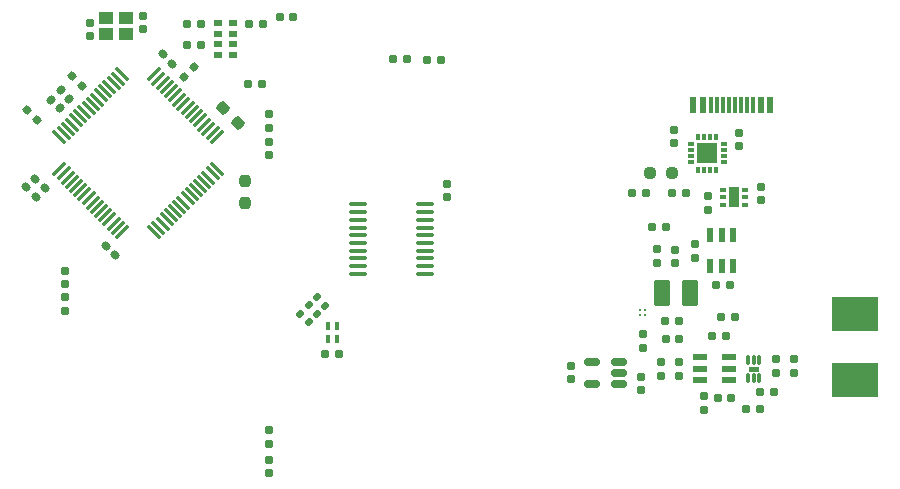
<source format=gtp>
G04 #@! TF.GenerationSoftware,KiCad,Pcbnew,8.0.5*
G04 #@! TF.CreationDate,2024-10-05T22:06:54-05:00*
G04 #@! TF.ProjectId,spudglo_driver_v8p0,73707564-676c-46f5-9f64-72697665725f,rev?*
G04 #@! TF.SameCoordinates,Original*
G04 #@! TF.FileFunction,Paste,Top*
G04 #@! TF.FilePolarity,Positive*
%FSLAX46Y46*%
G04 Gerber Fmt 4.6, Leading zero omitted, Abs format (unit mm)*
G04 Created by KiCad (PCBNEW 8.0.5) date 2024-10-05 22:06:54*
%MOMM*%
%LPD*%
G01*
G04 APERTURE LIST*
G04 Aperture macros list*
%AMRoundRect*
0 Rectangle with rounded corners*
0 $1 Rounding radius*
0 $2 $3 $4 $5 $6 $7 $8 $9 X,Y pos of 4 corners*
0 Add a 4 corners polygon primitive as box body*
4,1,4,$2,$3,$4,$5,$6,$7,$8,$9,$2,$3,0*
0 Add four circle primitives for the rounded corners*
1,1,$1+$1,$2,$3*
1,1,$1+$1,$4,$5*
1,1,$1+$1,$6,$7*
1,1,$1+$1,$8,$9*
0 Add four rect primitives between the rounded corners*
20,1,$1+$1,$2,$3,$4,$5,0*
20,1,$1+$1,$4,$5,$6,$7,0*
20,1,$1+$1,$6,$7,$8,$9,0*
20,1,$1+$1,$8,$9,$2,$3,0*%
G04 Aperture macros list end*
%ADD10C,0.010000*%
%ADD11RoundRect,0.155000X0.155000X-0.212500X0.155000X0.212500X-0.155000X0.212500X-0.155000X-0.212500X0*%
%ADD12RoundRect,0.155000X0.212500X0.155000X-0.212500X0.155000X-0.212500X-0.155000X0.212500X-0.155000X0*%
%ADD13RoundRect,0.160000X0.160000X-0.197500X0.160000X0.197500X-0.160000X0.197500X-0.160000X-0.197500X0*%
%ADD14RoundRect,0.155000X-0.212500X-0.155000X0.212500X-0.155000X0.212500X0.155000X-0.212500X0.155000X0*%
%ADD15RoundRect,0.155000X-0.155000X0.212500X-0.155000X-0.212500X0.155000X-0.212500X0.155000X0.212500X0*%
%ADD16RoundRect,0.160000X-0.160000X0.197500X-0.160000X-0.197500X0.160000X-0.197500X0.160000X0.197500X0*%
%ADD17RoundRect,0.155000X-0.040659X-0.259862X0.259862X0.040659X0.040659X0.259862X-0.259862X-0.040659X0*%
%ADD18R,4.000000X3.000000*%
%ADD19RoundRect,0.072500X0.532500X0.217500X-0.532500X0.217500X-0.532500X-0.217500X0.532500X-0.217500X0*%
%ADD20RoundRect,0.160000X-0.197500X-0.160000X0.197500X-0.160000X0.197500X0.160000X-0.197500X0.160000X0*%
%ADD21RoundRect,0.160000X0.197500X0.160000X-0.197500X0.160000X-0.197500X-0.160000X0.197500X-0.160000X0*%
%ADD22RoundRect,0.237500X-0.250000X-0.237500X0.250000X-0.237500X0.250000X0.237500X-0.250000X0.237500X0*%
%ADD23RoundRect,0.075000X-0.548008X0.441942X0.441942X-0.548008X0.548008X-0.441942X-0.441942X0.548008X0*%
%ADD24RoundRect,0.075000X-0.548008X-0.441942X-0.441942X-0.548008X0.548008X0.441942X0.441942X0.548008X0*%
%ADD25R,0.620000X1.220000*%
%ADD26RoundRect,0.155000X0.259862X-0.040659X-0.040659X0.259862X-0.259862X0.040659X0.040659X-0.259862X0*%
%ADD27R,0.355600X0.711200*%
%ADD28RoundRect,0.160000X-0.252791X0.026517X0.026517X-0.252791X0.252791X-0.026517X-0.026517X0.252791X0*%
%ADD29R,0.600000X1.450000*%
%ADD30R,0.300000X1.450000*%
%ADD31R,0.470000X0.400000*%
%ADD32R,0.950000X1.700000*%
%ADD33RoundRect,0.160000X-0.026517X-0.252791X0.252791X0.026517X0.026517X0.252791X-0.252791X-0.026517X0*%
%ADD34R,0.625000X0.300000*%
%ADD35R,0.300000X0.625000*%
%ADD36R,1.700000X1.700000*%
%ADD37RoundRect,0.250001X0.462499X0.849999X-0.462499X0.849999X-0.462499X-0.849999X0.462499X-0.849999X0*%
%ADD38RoundRect,0.155000X-0.259862X0.040659X0.040659X-0.259862X0.259862X-0.040659X-0.040659X0.259862X0*%
%ADD39R,1.200000X1.000000*%
%ADD40RoundRect,0.135000X0.226274X0.035355X0.035355X0.226274X-0.226274X-0.035355X-0.035355X-0.226274X0*%
%ADD41C,0.203200*%
%ADD42RoundRect,0.237500X-0.344715X0.008839X0.008839X-0.344715X0.344715X-0.008839X-0.008839X0.344715X0*%
%ADD43RoundRect,0.033750X-0.101250X0.346250X-0.101250X-0.346250X0.101250X-0.346250X0.101250X0.346250X0*%
%ADD44RoundRect,0.150000X0.512500X0.150000X-0.512500X0.150000X-0.512500X-0.150000X0.512500X-0.150000X0*%
%ADD45RoundRect,0.100000X-0.637500X-0.100000X0.637500X-0.100000X0.637500X0.100000X-0.637500X0.100000X0*%
%ADD46R,0.800000X0.500000*%
%ADD47RoundRect,0.237500X-0.237500X0.250000X-0.237500X-0.250000X0.237500X-0.250000X0.237500X0.250000X0*%
G04 APERTURE END LIST*
D10*
X131760000Y-164740000D02*
X130960000Y-164740000D01*
X130960000Y-164420000D01*
X131760000Y-164420000D01*
X131760000Y-164740000D01*
G36*
X131760000Y-164740000D02*
G01*
X130960000Y-164740000D01*
X130960000Y-164420000D01*
X131760000Y-164420000D01*
X131760000Y-164740000D01*
G37*
D11*
X125080000Y-165127500D03*
X125080000Y-163992500D03*
D12*
X96235000Y-163280000D03*
X95100000Y-163280000D03*
X84545000Y-137090000D03*
X83410000Y-137090000D03*
D13*
X134820000Y-164885000D03*
X134820000Y-163690000D03*
D14*
X91260000Y-134770000D03*
X92395000Y-134770000D03*
D15*
X121811250Y-165243750D03*
X121811250Y-166378750D03*
D11*
X133270000Y-164880000D03*
X133270000Y-163745000D03*
D16*
X90330000Y-142945000D03*
X90330000Y-144140000D03*
D11*
X73050000Y-157390000D03*
X73050000Y-156255000D03*
D17*
X72598717Y-142501283D03*
X73401283Y-141698717D03*
D15*
X126380000Y-153995000D03*
X126380000Y-155130000D03*
D12*
X129325001Y-157439998D03*
X128190001Y-157439998D03*
D18*
X139960000Y-159880000D03*
X139960000Y-165480000D03*
D19*
X129300000Y-165490000D03*
X129300000Y-164540000D03*
X129300000Y-163590000D03*
X126790000Y-163590000D03*
X126790000Y-164540000D03*
X126790000Y-165490000D03*
D20*
X131895000Y-166540000D03*
X133090000Y-166540000D03*
D21*
X129065000Y-161750000D03*
X127870000Y-161750000D03*
D22*
X122627500Y-147980000D03*
X124452500Y-147980000D03*
D20*
X100805000Y-138320000D03*
X102000000Y-138320000D03*
D12*
X131890000Y-167950000D03*
X130755000Y-167950000D03*
D21*
X122235000Y-149700000D03*
X121040000Y-149700000D03*
D12*
X104885000Y-138360000D03*
X103750000Y-138360000D03*
D23*
X77888819Y-139625519D03*
X77535266Y-139979072D03*
X77181713Y-140332625D03*
X76828159Y-140686179D03*
X76474606Y-141039732D03*
X76121052Y-141393286D03*
X75767499Y-141746839D03*
X75413946Y-142100392D03*
X75060392Y-142453946D03*
X74706839Y-142807499D03*
X74353286Y-143161052D03*
X73999732Y-143514606D03*
X73646179Y-143868159D03*
X73292625Y-144221713D03*
X72939072Y-144575266D03*
X72585519Y-144928819D03*
D24*
X72585519Y-147651181D03*
X72939072Y-148004734D03*
X73292625Y-148358287D03*
X73646179Y-148711841D03*
X73999732Y-149065394D03*
X74353286Y-149418948D03*
X74706839Y-149772501D03*
X75060392Y-150126054D03*
X75413946Y-150479608D03*
X75767499Y-150833161D03*
X76121052Y-151186714D03*
X76474606Y-151540268D03*
X76828159Y-151893821D03*
X77181713Y-152247375D03*
X77535266Y-152600928D03*
X77888819Y-152954481D03*
D23*
X80611181Y-152954481D03*
X80964734Y-152600928D03*
X81318287Y-152247375D03*
X81671841Y-151893821D03*
X82025394Y-151540268D03*
X82378948Y-151186714D03*
X82732501Y-150833161D03*
X83086054Y-150479608D03*
X83439608Y-150126054D03*
X83793161Y-149772501D03*
X84146714Y-149418948D03*
X84500268Y-149065394D03*
X84853821Y-148711841D03*
X85207375Y-148358287D03*
X85560928Y-148004734D03*
X85914481Y-147651181D03*
D24*
X85914481Y-144928819D03*
X85560928Y-144575266D03*
X85207375Y-144221713D03*
X84853821Y-143868159D03*
X84500268Y-143514606D03*
X84146714Y-143161052D03*
X83793161Y-142807499D03*
X83439608Y-142453946D03*
X83086054Y-142100392D03*
X82732501Y-141746839D03*
X82378948Y-141393286D03*
X82025394Y-141039732D03*
X81671841Y-140686179D03*
X81318287Y-140332625D03*
X80964734Y-139979072D03*
X80611181Y-139625519D03*
D11*
X75150000Y-136407500D03*
X75150000Y-135272500D03*
D25*
X129600000Y-153240000D03*
X128650000Y-153240000D03*
X127700000Y-153240000D03*
X127700000Y-155840000D03*
X128650000Y-155840000D03*
X129600000Y-155840000D03*
D14*
X122772500Y-152560000D03*
X123907500Y-152560000D03*
D13*
X123540000Y-165137500D03*
X123540000Y-163942500D03*
D21*
X125625000Y-149700000D03*
X124430000Y-149700000D03*
X89777500Y-140410000D03*
X88582500Y-140410000D03*
D26*
X77321283Y-154911283D03*
X76518717Y-154108717D03*
D11*
X123150000Y-155565000D03*
X123150000Y-154430000D03*
D16*
X90330000Y-169735000D03*
X90330000Y-170930000D03*
D12*
X129475000Y-167040000D03*
X128340000Y-167040000D03*
D11*
X90330000Y-173370000D03*
X90330000Y-172235000D03*
D27*
X96109998Y-162040000D03*
X95310000Y-162040000D03*
X95310000Y-160941602D03*
X96109998Y-160941602D03*
D28*
X69870000Y-142630000D03*
X70714992Y-143474992D03*
D17*
X71887434Y-141782566D03*
X72690000Y-140980000D03*
D14*
X123920000Y-162000000D03*
X125055000Y-162000000D03*
D20*
X83372500Y-135340000D03*
X84567500Y-135340000D03*
D15*
X124620000Y-144320000D03*
X124620000Y-145455000D03*
D28*
X73625008Y-139785008D03*
X74470000Y-140630000D03*
D26*
X71330000Y-149260000D03*
X70527434Y-148457434D03*
D29*
X132770000Y-142185000D03*
X131970000Y-142185000D03*
D30*
X130770000Y-142185000D03*
X129770000Y-142185000D03*
X129270000Y-142185000D03*
X128270000Y-142185000D03*
D29*
X127070000Y-142185000D03*
X126270000Y-142185000D03*
X126270000Y-142185000D03*
X127070000Y-142185000D03*
D30*
X127770001Y-142185000D03*
X128770000Y-142185000D03*
X130270000Y-142185000D03*
X131269999Y-142185000D03*
D29*
X131970000Y-142185000D03*
X132770000Y-142185000D03*
D13*
X127140000Y-168025000D03*
X127140000Y-166830000D03*
D15*
X131980000Y-149122500D03*
X131980000Y-150257500D03*
X79650000Y-134665000D03*
X79650000Y-135800000D03*
D20*
X123890000Y-160460000D03*
X125085000Y-160460000D03*
D31*
X130635000Y-150690001D03*
X130634999Y-150040001D03*
X130635000Y-149390001D03*
X128805000Y-149390001D03*
X128805000Y-150040001D03*
X128805000Y-150690001D03*
D32*
X129720000Y-150040000D03*
D33*
X83177504Y-139862496D03*
X84022496Y-139017504D03*
D34*
X126052306Y-145530000D03*
X126052306Y-146030000D03*
X126052306Y-146530000D03*
X126052306Y-147030000D03*
D35*
X126659806Y-147697500D03*
X127159806Y-147697500D03*
X127659806Y-147697500D03*
X128159806Y-147697500D03*
D34*
X128827305Y-147030000D03*
X128827305Y-146530000D03*
X128827305Y-146030000D03*
X128827306Y-145530000D03*
D35*
X128159807Y-144922500D03*
X127659806Y-144922500D03*
X127159806Y-144922500D03*
X126659805Y-144922500D03*
D36*
X127434806Y-146305000D03*
D11*
X90340000Y-146460000D03*
X90340000Y-145325000D03*
D21*
X89820000Y-135320000D03*
X88625000Y-135320000D03*
D37*
X125950000Y-158110000D03*
X123625000Y-158110000D03*
D38*
X81328717Y-137918717D03*
X82131283Y-138721283D03*
D16*
X121980000Y-161632500D03*
X121980000Y-162827500D03*
D39*
X76560000Y-136167500D03*
X78260000Y-136167500D03*
X78260000Y-134867500D03*
X76560000Y-134867500D03*
D40*
X93700000Y-160610000D03*
X92978752Y-159888752D03*
D16*
X73050000Y-158500000D03*
X73050000Y-159695000D03*
D40*
X95101248Y-159201248D03*
X94380000Y-158480000D03*
D11*
X115901250Y-165436250D03*
X115901250Y-164301250D03*
D41*
X121763600Y-159990000D03*
X121763600Y-159583600D03*
X122170000Y-159990000D03*
X122170000Y-159583600D03*
D21*
X129807500Y-160190000D03*
X128612500Y-160190000D03*
D42*
X86409530Y-142469530D03*
X87700000Y-143760000D03*
D40*
X94400624Y-159900624D03*
X93679376Y-159179376D03*
D43*
X131860000Y-163800000D03*
X131360000Y-163800000D03*
X130860000Y-163800000D03*
X130860000Y-165360000D03*
X131360000Y-165360000D03*
X131860000Y-165360000D03*
D26*
X70590000Y-149960000D03*
X69787434Y-149157434D03*
D44*
X119938750Y-165831250D03*
X119938750Y-164881250D03*
X119938750Y-163931250D03*
X117663750Y-163931250D03*
X117663750Y-165831250D03*
D45*
X97832499Y-150636396D03*
X97832499Y-151286396D03*
X97832499Y-151936396D03*
X97832499Y-152586396D03*
X97832499Y-153236396D03*
X97832499Y-153886396D03*
X97832499Y-154536396D03*
X97832499Y-155186396D03*
X97832499Y-155836396D03*
X97832499Y-156486396D03*
X103557499Y-156486396D03*
X103557499Y-155836396D03*
X103557499Y-155186396D03*
X103557499Y-154536396D03*
X103557499Y-153886396D03*
X103557499Y-153236396D03*
X103557499Y-152586396D03*
X103557499Y-151936396D03*
X103557499Y-151286396D03*
X103557499Y-150636396D03*
D46*
X86050000Y-135260000D03*
X86050000Y-136160000D03*
X86050000Y-137060000D03*
X86050000Y-137960000D03*
X87249999Y-137960000D03*
X87249999Y-137060000D03*
X87250000Y-136160000D03*
X87250000Y-135260000D03*
D47*
X88340000Y-148687500D03*
X88340000Y-150512500D03*
D15*
X127470000Y-149952500D03*
X127470000Y-151087500D03*
D11*
X124700000Y-155595000D03*
X124700000Y-154460000D03*
X105424999Y-150028896D03*
X105424999Y-148893896D03*
X130140000Y-145717500D03*
X130140000Y-144582500D03*
M02*

</source>
